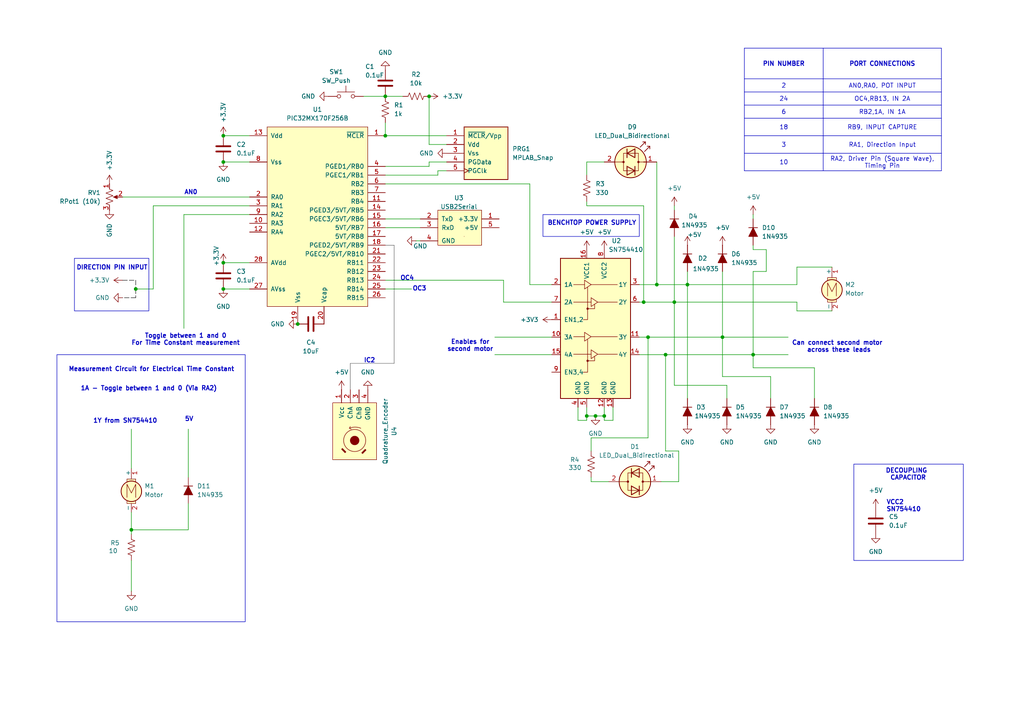
<source format=kicad_sch>
(kicad_sch (version 20250114) (generator "eeschema") (generator_version "9.0")
  (paper "A4")
  (title_block (title "Lab 7") (date "2026-01-28") (rev "1") (company "Stanford"))
  (lib_symbols
    (symbol "Device:LED_Dual_Bidirectional" (pin_names (offset 0) (hide yes))
      (property "Reference" "D" (at 0 5.715 0))
      (property "Value" "LED_Dual_Bidirectional" (at 0 -6.35 0))
      (symbol "LED_Dual_Bidirectional_0_1"
        (polyline (pts (xy -4.572 0) (xy -2.54 0)))
        (circle (center -2.032 0) (radius 0.254) (fill (type outline)))
        (polyline (pts (xy -2.032 0) (xy -2.54 0)))
        (polyline (pts (xy -1.016 3.81) (xy -1.016 1.27)) (stroke (width 0.254)))
        (polyline (pts (xy -1.016 -1.27) (xy -1.016 -3.81) (xy 1.27 -2.54) (xy -1.016 -1.27)) (stroke (width 0.254)))
        (circle (center 0 0) (radius 4.572) (stroke (width 0.254)) (fill (type background)))
        (polyline (pts (xy 1.27 3.81) (xy 1.27 1.27) (xy -1.016 2.54) (xy 1.27 3.81)) (stroke (width 0.254)))
        (polyline (pts (xy 1.27 -1.27) (xy 1.27 -3.81)) (stroke (width 0.254)))
        (polyline (pts (xy 2.286 2.54) (xy -2.032 2.54) (xy -2.032 -2.54) (xy 2.286 -2.54) (xy 2.286 2.54)))
        (circle (center 2.286 0) (radius 0.254) (fill (type outline)))
        (polyline (pts (xy 2.794 4.318) (xy 4.318 5.842) (xy 3.556 5.842)) (stroke (width 0.2032)))
        (polyline (pts (xy 4.064 3.048) (xy 5.588 4.572) (xy 4.826 4.572)) (stroke (width 0.2032)))
        (polyline (pts (xy 4.064 0) (xy 2.286 0)) (fill (type outline)))
        (polyline (pts (xy 4.318 5.842) (xy 4.318 5.08)) (stroke (width 0.2032)))
        (polyline (pts (xy 5.588 4.572) (xy 5.588 3.81)) (stroke (width 0.2032)))
      )
      (symbol "LED_Dual_Bidirectional_1_1"
        (pin input line (at -7.62 0 0) (length 3.048) (name "AK") (number "2"))
        (pin input line (at 7.62 0 180) (length 3.81) (name "KA") (number "1"))
      )
    )
    (symbol "me218_library:Cap" (pin_numbers (hide yes)) (pin_names (offset 0.254))
      (property "Reference" "C" (at 0.635 2.54 0))
      (property "Value" "Cap" (at 0.635 -2.54 0))
      (symbol "Cap_0_1"
        (polyline (pts (xy -2.032 0.762) (xy 2.032 0.762)) (stroke (width 0.508)))
        (polyline (pts (xy -2.032 -0.762) (xy 2.032 -0.762)) (stroke (width 0.508)))
      )
      (symbol "Cap_1_1"
        (pin passive line (at 0 3.81 270) (length 2.794) (name "~") (number "1"))
        (pin passive line (at 0 -3.81 90) (length 2.794) (name "~") (number "2"))
      )
    )
    (symbol "me218_library:Diode" (pin_numbers (hide yes)) (pin_names (offset 1.016) (hide yes))
      (property "Reference" "D" (at 0 2.54 0))
      (property "Value" "Diode" (at 0 -2.54 0))
      (symbol "Diode_0_1"
        (polyline (pts (xy -1.27 1.27) (xy -1.27 -1.27)) (stroke (width 0.2032)))
        (polyline (pts (xy 1.27 1.27) (xy 1.27 -1.27) (xy -1.27 0) (xy 1.27 1.27)) (stroke (width 0.2032)) (fill (type outline)))
        (polyline (pts (xy 1.27 0) (xy -1.27 0)))
      )
      (symbol "Diode_1_1"
        (pin passive line (at -3.81 0 0) (length 2.54) (name "K") (number "1"))
        (pin passive line (at 3.81 0 180) (length 2.54) (name "A") (number "2"))
      )
    )
    (symbol "me218_library:L293NE" (pin_names (offset 1.016))
      (property "Reference" "U" (at -5.08 26.035 0))
      (property "Value" "L293NE" (at -5.08 24.13 0))
      (symbol "L293NE_0_1"
        (rectangle (start -10.16 22.86) (end 10.16 -17.78) (stroke (width 0.254)) (fill (type background)))
        (polyline (pts (xy -6.35 15.24) (xy -3.175 15.24)))
        (polyline (pts (xy -6.35 10.16) (xy -1.27 10.16)))
        (polyline (pts (xy -6.35 0.127) (xy -3.175 0.127)))
        (polyline (pts (xy -6.35 -4.953) (xy -1.27 -4.953)))
        (polyline (pts (xy -3.175 16.51) (xy -3.175 13.97) (xy -1.27 15.24) (xy -3.175 16.51)))
        (polyline (pts (xy -3.175 1.397) (xy -3.175 -1.143) (xy -1.27 0.127) (xy -3.175 1.397)))
        (polyline (pts (xy -2.286 14.478) (xy -2.286 5.08) (xy -3.556 5.08)))
        (circle (center -2.286 8.255) (radius 0.254) (fill (type outline)))
        (polyline (pts (xy -2.286 8.255) (xy -0.254 8.255) (xy -0.254 9.525)))
        (polyline (pts (xy -2.286 -0.635) (xy -2.286 -10.16) (xy -3.556 -10.16)))
        (circle (center -2.286 -6.858) (radius 0.254) (fill (type outline)))
        (polyline (pts (xy -2.286 -6.858) (xy -0.254 -6.858) (xy -0.254 -5.588)))
        (polyline (pts (xy -1.27 15.24) (xy 6.35 15.24)))
        (polyline (pts (xy -1.27 11.43) (xy -1.27 8.89) (xy 0.635 10.16) (xy -1.27 11.43)))
        (polyline (pts (xy -1.27 0.127) (xy 6.35 0.127)))
        (polyline (pts (xy -1.27 -3.683) (xy -1.27 -6.223) (xy 0.635 -4.953) (xy -1.27 -3.683)))
        (polyline (pts (xy 0.635 10.16) (xy 6.35 10.16)))
        (polyline (pts (xy 0.635 -4.953) (xy 6.35 -4.953)))
      )
      (symbol "L293NE_1_1"
        (pin input line (at -12.7 15.24 0) (length 2.54) (name "1A") (number "2"))
        (pin input line (at -12.7 10.16 0) (length 2.54) (name "2A") (number "7"))
        (pin input line (at -12.7 5.08 0) (length 2.54) (name "EN1,2") (number "1"))
        (pin input line (at -12.7 0 0) (length 2.54) (name "3A") (number "10"))
        (pin input line (at -12.7 -5.08 0) (length 2.54) (name "4A") (number "15"))
        (pin input line (at -12.7 -10.16 0) (length 2.54) (name "EN3,4") (number "9"))
        (pin power_in line (at -5.08 -20.32 90) (length 2.54) (name "GND") (number "4"))
        (pin power_in line (at -2.54 25.4 270) (length 2.54) (name "VCC1") (number "16"))
        (pin power_in line (at -2.54 -20.32 90) (length 2.54) (name "GND") (number "5"))
        (pin power_in line (at 2.54 25.4 270) (length 2.54) (name "VCC2") (number "8"))
        (pin power_in line (at 2.54 -20.32 90) (length 2.54) (name "GND") (number "12"))
        (pin power_in line (at 5.08 -20.32 90) (length 2.54) (name "GND") (number "13"))
        (pin output line (at 12.7 15.24 180) (length 2.54) (name "1Y") (number "3"))
        (pin output line (at 12.7 10.16 180) (length 2.54) (name "2Y") (number "6"))
        (pin output line (at 12.7 0 180) (length 2.54) (name "3Y") (number "11"))
        (pin output line (at 12.7 -5.08 180) (length 2.54) (name "4Y") (number "14"))
      )
    )
    (symbol "me218_library:MPLAB_Snap" (pin_names (offset 1.016))
      (property "Reference" "PRG" (at 0 8.89 0))
      (property "Value" "MPLAB_Snap" (at 8.89 1.27 90))
      (symbol "MPLAB_Snap_0_1"
        (rectangle (start -6.35 7.62) (end 6.35 -7.62) (stroke (width 0.254)) (fill (type background)))
      )
      (symbol "MPLAB_Snap_1_1"
        (pin output line (at -11.43 5.08 0) (length 5.08) (name "~{MCLR}/Vpp") (number "1"))
        (pin input line (at -11.43 2.54 0) (length 5.08) (name "Vdd") (number "2"))
        (pin input line (at -11.43 0 0) (length 5.08) (name "Vss") (number "3"))
        (pin bidirectional line (at -11.43 -2.54 0) (length 5.08) (name "PGData") (number "4"))
        (pin output clock (at -11.43 -5.08 0) (length 5.08) (name "PGClk") (number "5"))
        (pin no_connect line (at -2.54 -11.43 0) (length 5.08) (hide yes) (name "NC") (number "6"))
        (pin no_connect line (at -2.54 -13.97 0) (length 5.08) (hide yes) (name "NC") (number "7"))
        (pin no_connect line (at -2.54 -16.51 0) (length 5.08) (hide yes) (name "NC") (number "8"))
      )
    )
    (symbol "me218_library:Motor" (pin_names (offset 0))
      (property "Reference" "M" (at 2.54 2.54 0))
      (property "Value" "Motor" (at 2.54 -5.08 0))
      (symbol "Motor_0_0"
        (polyline (pts (xy -1.27 1.27) (xy -1.27 2.032) (xy 1.27 2.032) (xy 1.27 1.27)) (fill (type background)))
        (polyline (pts (xy -1.27 -3.302) (xy -1.27 0.508) (xy 0 -2.032) (xy 1.27 0.508) (xy 1.27 -3.302)))
        (polyline (pts (xy -1.27 -4.318) (xy -1.27 -5.08) (xy 1.27 -5.08) (xy 1.27 -4.318)) (fill (type background)))
        (circle (center 0 -1.524) (radius 2.9718) (stroke (width 0.254)) (fill (type background)))
      )
      (symbol "Motor_0_1"
        (polyline (pts (xy 0 2.032) (xy 0 2.54)))
      )
      (symbol "Motor_1_1"
        (pin passive line (at 0 5.08 270) (length 2.54) (name "+") (number "1"))
        (pin passive line (at 0 -7.62 90) (length 2.54) (name "-") (number "2"))
      )
    )
    (symbol "me218_library:PIC32MX170F256B" (pin_names (offset 1.016))
      (property "Reference" "U" (at -20.32 25.4 0))
      (property "Value" "PIC32MX170F256B" (at -7.62 25.4 0))
      (symbol "PIC32MX170F256B_0_1"
        (rectangle (start -21.59 24.13) (end 7.62 -27.94) (fill (type background)))
      )
      (symbol "PIC32MX170F256B_1_1"
        (pin power_in line (at -26.67 21.59 0) (length 5.08) (name "Vdd") (number "13"))
        (pin power_in line (at -26.67 13.97 0) (length 5.08) (name "Vss") (number "8"))
        (pin bidirectional line (at -26.67 3.81 0) (length 5.08) (name "RA0") (number "2"))
        (pin bidirectional line (at -26.67 1.27 0) (length 5.08) (name "RA1") (number "3"))
        (pin bidirectional line (at -26.67 -1.27 0) (length 5.08) (name "RA2") (number "9"))
        (pin bidirectional line (at -26.67 -3.81 0) (length 5.08) (name "RA3") (number "10"))
        (pin bidirectional line (at -26.67 -6.35 0) (length 5.08) (name "RA4") (number "12"))
        (pin power_in line (at -26.67 -15.24 0) (length 5.08) (name "AVdd") (number "28"))
        (pin power_in line (at -26.67 -22.86 0) (length 5.08) (name "AVss") (number "27"))
        (pin power_in line (at -12.7 -33.02 90) (length 5.08) (name "Vss") (number "19"))
        (pin input line (at -5.08 -33.02 90) (length 5.08) (name "Vcap") (number "20"))
        (pin input line (at 12.7 21.59 180) (length 5.08) (name "~{MCLR}") (number "1"))
        (pin bidirectional line (at 12.7 12.7 180) (length 5.08) (name "PGED1/RB0") (number "4"))
        (pin bidirectional line (at 12.7 10.16 180) (length 5.08) (name "PGEC1/RB1") (number "5"))
        (pin bidirectional line (at 12.7 7.62 180) (length 5.08) (name "RB2") (number "6"))
        (pin bidirectional line (at 12.7 5.08 180) (length 5.08) (name "RB3") (number "7"))
        (pin bidirectional line (at 12.7 2.54 180) (length 5.08) (name "RB4") (number "11"))
        (pin bidirectional line (at 12.7 0 180) (length 5.08) (name "PGED3/5VT/RB5") (number "14"))
        (pin bidirectional line (at 12.7 -2.54 180) (length 5.08) (name "PGEC3/5VT/RB6") (number "15"))
        (pin bidirectional line (at 12.7 -5.08 180) (length 5.08) (name "5VT/RB7") (number "16"))
        (pin bidirectional line (at 12.7 -7.62 180) (length 5.08) (name "5VT/RB8") (number "17"))
        (pin bidirectional line (at 12.7 -10.16 180) (length 5.08) (name "PGED2/5VT/RB9") (number "18"))
        (pin bidirectional line (at 12.7 -12.7 180) (length 5.08) (name "PGEC2/5VT/RB10") (number "21"))
        (pin bidirectional line (at 12.7 -15.24 180) (length 5.08) (name "RB11") (number "22"))
        (pin bidirectional line (at 12.7 -17.78 180) (length 5.08) (name "RB12") (number "23"))
        (pin bidirectional line (at 12.7 -20.32 180) (length 5.08) (name "RB13") (number "24"))
        (pin bidirectional line (at 12.7 -22.86 180) (length 5.08) (name "RB14") (number "25"))
        (pin bidirectional line (at 12.7 -25.4 180) (length 5.08) (name "RB15") (number "26"))
      )
    )
    (symbol "me218_library:Quadrature_Encoder" (pin_names (offset 1.016))
      (property "Reference" "U" (at 0 20.32 0))
      (property "Value" "Quadrature_Encoder" (at 2.54 17.78 0))
      (symbol "Quadrature_Encoder_0_1"
        (rectangle (start -3.81 6.35) (end 12.7 -6.35) (fill (type background)))
        (polyline (pts (xy 3.556 1.524) (xy 3.048 1.27)))
        (polyline (pts (xy 3.556 1.524) (xy 3.81 1.016)))
        (circle (center 7.112 0) (radius 1.27) (fill (type outline)))
        (circle (center 7.112 0) (radius 3.2004))
        (arc (start 3.556 -1.778) (mid 3.2334 -0.127) (end 3.556 1.524))
        (polyline (pts (xy 9.398 3.556) (xy 10.414 2.54) (xy 10.668 2.794) (xy 9.652 3.81) (xy 9.398 3.556)) (fill (type outline)))
        (polyline (pts (xy 9.652 -3.048) (xy 10.668 -2.032) (xy 10.922 -2.286) (xy 9.906 -3.302) (xy 9.652 -3.048)) (fill (type outline)))
        (rectangle (start 12.7 0) (end 12.7 0))
      )
      (symbol "Quadrature_Encoder_1_1"
        (pin power_in line (at -7.62 3.81 0) (length 3.81) (name "Vcc") (number "1"))
        (pin output line (at -7.62 1.27 0) (length 3.81) (name "ChA") (number "2"))
        (pin output line (at -7.62 -1.27 0) (length 3.81) (name "ChB") (number "3"))
        (pin power_in line (at -7.62 -3.81 0) (length 3.81) (name "GND") (number "4"))
      )
    )
    (symbol "me218_library:RPot1" (pin_names (offset 1.016) (hide yes))
      (property "Reference" "RV" (at -4.445 0 90))
      (property "Value" "RPot1" (at -2.54 0 90))
      (symbol "RPot1_0_1"
        (polyline (pts (xy 0 2.54) (xy 0 2.286)))
        (polyline (pts (xy 0 2.286) (xy 1.016 1.905) (xy 0 1.524) (xy -1.016 1.143) (xy 0 0.762)))
        (polyline (pts (xy 0 0.762) (xy 1.016 0.381) (xy 0 0) (xy -1.016 -0.381) (xy 0 -0.762)))
        (polyline (pts (xy 0 -0.762) (xy 1.016 -1.143) (xy 0 -1.524) (xy -1.016 -1.905) (xy 0 -2.286)))
        (polyline (pts (xy 0 -2.286) (xy 0 -2.54)))
        (polyline (pts (xy 1.143 0) (xy 2.286 0.508) (xy 2.286 -0.508) (xy 1.143 0)) (fill (type outline)))
        (polyline (pts (xy 2.54 0) (xy 1.524 0)))
      )
      (symbol "RPot1_1_1"
        (pin passive line (at 0 3.81 270) (length 1.27) (name "1") (number "1"))
        (pin passive line (at 0 -3.81 90) (length 1.27) (name "3") (number "3"))
        (pin passive line (at 3.81 0 180) (length 1.27) (name "2") (number "2"))
      )
    )
    (symbol "me218_library:Res1" (pin_numbers (hide yes)) (pin_names (offset 0))
      (property "Reference" "R" (at 2.54 0 90))
      (property "Value" "Res1" (at -2.54 0 90))
      (symbol "Res1_0_1"
        (polyline (pts (xy 0 2.286) (xy 0 2.54)))
        (polyline (pts (xy 0 2.286) (xy 1.016 1.905) (xy 0 1.524) (xy -1.016 1.143) (xy 0 0.762)))
        (polyline (pts (xy 0 0.762) (xy 1.016 0.381) (xy 0 0) (xy -1.016 -0.381) (xy 0 -0.762)))
        (polyline (pts (xy 0 -0.762) (xy 1.016 -1.143) (xy 0 -1.524) (xy -1.016 -1.905) (xy 0 -2.286)))
        (polyline (pts (xy 0 -2.286) (xy 0 -2.54)))
      )
      (symbol "Res1_1_1"
        (pin passive line (at 0 3.81 270) (length 1.27) (name "~") (number "1"))
        (pin passive line (at 0 -3.81 90) (length 1.27) (name "~") (number "2"))
      )
    )
    (symbol "me218_library:SW_Push" (pin_numbers (hide yes)) (pin_names (offset 1.016) (hide yes))
      (property "Reference" "SW" (at 1.27 2.54 0))
      (property "Value" "SW_Push" (at 0 -1.524 0))
      (symbol "SW_Push_0_1"
        (circle (center -2.032 0) (radius 0.508))
        (polyline (pts (xy 0 1.27) (xy 0 3.048)))
        (circle (center 2.032 0) (radius 0.508))
        (polyline (pts (xy 2.54 1.27) (xy -2.54 1.27)))
        (pin passive line (at -5.08 0 0) (length 2.54) (name "1") (number "1"))
        (pin passive line (at 5.08 0 180) (length 2.54) (name "2") (number "2"))
      )
    )
    (symbol "me218_library:USB2Serial" (pin_names (offset 1.016))
      (property "Reference" "U" (at 0 5.08 0))
      (property "Value" "USB2Serial" (at 0 -8.89 0))
      (symbol "USB2Serial_0_1"
        (rectangle (start -3.81 2.54) (end 8.89 -7.62) (fill (type background)))
        (rectangle (start 3.81 -5.08) (end 3.81 -5.08))
      )
      (symbol "USB2Serial_1_1"
        (pin output line (at -8.89 0 0) (length 5.08) (name "TxD") (number "2"))
        (pin input line (at -8.89 -2.54 0) (length 5.08) (name "RxD") (number "3"))
        (pin power_in line (at -8.89 -6.35 0) (length 5.08) (name "GND") (number "4"))
        (pin power_out line (at 13.97 0 180) (length 5.08) (name "+3.3V") (number "1"))
        (pin power_out line (at 13.97 -2.54 180) (length 5.08) (name "+5V") (number "5"))
      )
    )
    (symbol "power:+3.3V" (power) (pin_numbers (hide yes)) (pin_names (offset 0) (hide yes))
      (property "Value" "+3.3V" (at 0 3.556 0))
      (symbol "+3.3V_0_1"
        (polyline (pts (xy -0.762 1.27) (xy 0 2.54)))
        (polyline (pts (xy 0 2.54) (xy 0.762 1.27)))
        (polyline (pts (xy 0 0) (xy 0 2.54)))
      )
      (symbol "+3.3V_1_1"
        (pin power_in line (at 0 0 90) (length 0) (name "~") (number "1"))
      )
    )
    (symbol "power:+3V3" (power) (pin_numbers (hide yes)) (pin_names (offset 0) (hide yes))
      (property "Value" "+3V3" (at 0 3.556 0))
      (symbol "+3V3_0_1"
        (polyline (pts (xy -0.762 1.27) (xy 0 2.54)))
        (polyline (pts (xy 0 2.54) (xy 0.762 1.27)))
        (polyline (pts (xy 0 0) (xy 0 2.54)))
      )
      (symbol "+3V3_1_1"
        (pin power_in line (at 0 0 90) (length 0) (name "~") (number "1"))
      )
    )
    (symbol "power:+5V" (power) (pin_numbers (hide yes)) (pin_names (offset 0) (hide yes))
      (property "Value" "+5V" (at 0 3.556 0))
      (symbol "+5V_0_1"
        (polyline (pts (xy -0.762 1.27) (xy 0 2.54)))
        (polyline (pts (xy 0 2.54) (xy 0.762 1.27)))
        (polyline (pts (xy 0 0) (xy 0 2.54)))
      )
      (symbol "+5V_1_1"
        (pin power_in line (at 0 0 90) (length 0) (name "~") (number "1"))
      )
    )
    (symbol "power:GND" (power) (pin_numbers (hide yes)) (pin_names (offset 0) (hide yes))
      (property "Value" "GND" (at 0 -3.81 0))
      (symbol "GND_0_1"
        (polyline (pts (xy 0 0) (xy 0 -1.27) (xy 1.27 -1.27) (xy 0 -2.54) (xy -1.27 -1.27) (xy 0 -1.27)))
      )
      (symbol "GND_1_1"
        (pin power_in line (at 0 0 270) (length 0) (name "~") (number "1"))
      )
    )
  )
  (rectangle (start 21.59 74.93) (end 43.18 90.17))
  (rectangle (start 247.65 134.62) (end 279.4 162.56))
  (rectangle (start 16.51 102.87) (end 71.12 180.34))
  (rectangle (start 157.48 62.23) (end 185.42 68.58))
  (text "OC3" (at 121.666 83.82 0) (effects (font (size 1.27 1.27) (thickness 0.254) (bold yes))))
  (text "5V" (at 54.864 121.666 0) (effects (font (size 1.27 1.27) (thickness 0.254) (bold yes))))
  (text "AN0" (at 55.372 55.88 0) (effects (font (size 1.27 1.27) (thickness 0.254) (bold yes))))
  (text "1Y from SN754410" (at 36.322 122.174 0) (effects (font (size 1.27 1.27) (thickness 0.254) (bold yes))))
  (text "DECOUPLING \nCAPACITOR" (at 263.398 137.668 0) (effects (font (size 1.27 1.27) (thickness 0.254) (bold yes))))
  (text "DIRECTION PIN INPUT" (at 32.512 77.724 0) (effects (font (size 1.27 1.27) (thickness 0.254) (bold yes))))
  (text "Can connect second motor \nacross these leads" (at 243.332 100.584 0) (effects (font (size 1.27 1.27) (thickness 0.254) (bold yes))))
  (text "Measurement Circuit for Electrical Time Constant" (at 43.942 107.188 0) (effects (font (size 1.27 1.27) (thickness 0.254) (bold yes))))
  (text "1A - Toggle between 1 and 0 (Via RA2)" (at 43.18 112.776 0) (effects (font (size 1.27 1.27) (thickness 0.254) (bold yes))))
  (text "Toggle between 1 and 0\nFor Time Constant measurement" (at 53.848 98.552 0) (effects (font (size 1.27 1.27) (thickness 0.254) (bold yes))))
  (text "VCC2\nSN754410" (at 257.048 146.812 0) (effects (font (size 1.27 1.27) (thickness 0.254) (bold yes)) (justify left)))
  (text "BENCHTOP POWER SUPPLY" (at 171.704 64.77 0) (effects (font (size 1.27 1.27) (thickness 0.254) (bold yes))))
  (text "OC4" (at 118.11 80.772 0) (effects (font (size 1.27 1.27) (thickness 0.254) (bold yes))))
  (text "Enables for\nsecond motor" (at 136.398 100.33 0) (effects (font (size 1.27 1.27) (thickness 0.254) (bold yes))))
  (text "IC2" (at 107.188 104.648 0) (effects (font (size 1.27 1.27) (thickness 0.254) (bold yes))))
  (junction (at 39.37 83.82))
  (junction (at 186.69 87.63))
  (junction (at 187.96 97.79))
  (junction (at 111.76 39.37))
  (junction (at 218.44 102.87))
  (junction (at 195.58 87.63))
  (junction (at 175.26 120.65))
  (junction (at 124.46 27.94))
  (junction (at 38.1 153.67))
  (junction (at 172.72 120.65))
  (junction (at 64.77 39.37))
  (junction (at 64.77 46.99))
  (junction (at 199.39 82.55))
  (junction (at 64.77 83.82))
  (junction (at 209.55 97.79))
  (junction (at 170.18 120.65))
  (junction (at 111.76 27.94))
  (junction (at 86.36 93.98))
  (junction (at 190.5 82.55))
  (junction (at 193.04 102.87))
  (junction (at 64.77 76.2))
  (wire (pts (xy 190.5 82.55) (xy 199.39 82.55)))
  (wire (pts (xy 121.92 69.85) (xy 120.65 69.85)))
  (wire (pts (xy 101.6 113.03) (xy 101.6 105.41)) (stroke (width 0.0635) (color 0 0 0 1)))
  (wire (pts (xy 38.1 153.67) (xy 54.61 153.67)))
  (wire (pts (xy 38.1 124.46) (xy 38.1 135.89)))
  (wire (pts (xy 127 49.53) (xy 129.54 49.53)))
  (wire (pts (xy 195.58 87.63) (xy 231.14 87.63)))
  (wire (pts (xy 228.6 97.79) (xy 209.55 97.79)))
  (wire (pts (xy 170.18 120.65) (xy 170.18 121.92)))
  (wire (pts (xy 114.3 71.12) (xy 111.76 71.12)) (stroke (width 0.0635) (color 0 0 0 1)))
  (wire (pts (xy 231.14 90.17) (xy 231.14 87.63)))
  (wire (pts (xy 176.53 139.7) (xy 171.45 139.7)))
  (wire (pts (xy 124.46 48.26) (xy 124.46 46.99)))
  (wire (pts (xy 209.55 78.74) (xy 209.55 97.79)))
  (wire (pts (xy 72.39 59.69) (xy 44.45 59.69)))
  (wire (pts (xy 222.25 72.39) (xy 222.25 78.74)))
  (wire (pts (xy 175.26 118.11) (xy 175.26 120.65)))
  (wire (pts (xy 193.04 102.87) (xy 193.04 130.81)))
  (wire (pts (xy 111.76 35.56) (xy 111.76 39.37)))
  (wire (pts (xy 143.51 97.79) (xy 160.02 97.79)))
  (wire (pts (xy 153.67 53.34) (xy 153.67 82.55)))
  (wire (pts (xy 124.46 41.91) (xy 129.54 41.91)))
  (wire (pts (xy 35.56 81.28) (xy 39.37 81.28)) (stroke (width 0.127) (type dash) (color 0 0 0 1)))
  (wire (pts (xy 218.44 78.74) (xy 222.25 78.74)))
  (wire (pts (xy 64.77 46.99) (xy 72.39 46.99)))
  (wire (pts (xy 186.69 87.63) (xy 186.69 59.69)))
  (wire (pts (xy 231.14 82.55) (xy 231.14 77.47)))
  (wire (pts (xy 195.58 87.63) (xy 195.58 111.76)))
  (wire (pts (xy 218.44 106.68) (xy 218.44 102.87)))
  (wire (pts (xy 218.44 102.87) (xy 218.44 78.74)))
  (wire (pts (xy 171.45 139.7) (xy 171.45 138.43)))
  (wire (pts (xy 185.42 87.63) (xy 186.69 87.63)))
  (wire (pts (xy 111.76 53.34) (xy 153.67 53.34)))
  (wire (pts (xy 38.1 148.59) (xy 38.1 153.67)))
  (wire (pts (xy 171.45 127) (xy 187.96 127)))
  (wire (pts (xy 231.14 77.47) (xy 241.3 77.47)))
  (wire (pts (xy 186.69 59.69) (xy 170.18 59.69)))
  (wire (pts (xy 171.45 130.81) (xy 171.45 127)))
  (wire (pts (xy 111.76 48.26) (xy 124.46 48.26)))
  (wire (pts (xy 170.18 58.42) (xy 170.18 59.69)))
  (wire (pts (xy 195.58 68.58) (xy 195.58 87.63)))
  (wire (pts (xy 223.52 109.22) (xy 209.55 109.22)))
  (wire (pts (xy 53.34 62.23) (xy 53.34 95.25)))
  (wire (pts (xy 199.39 82.55) (xy 231.14 82.55)))
  (wire (pts (xy 190.5 46.99) (xy 190.5 82.55)))
  (wire (pts (xy 175.26 120.65) (xy 175.26 121.92)))
  (wire (pts (xy 170.18 46.99) (xy 170.18 50.8)))
  (wire (pts (xy 222.25 72.39) (xy 218.44 72.39)))
  (wire (pts (xy 111.76 63.5) (xy 121.92 63.5)))
  (wire (pts (xy 39.37 86.36) (xy 35.56 86.36)) (stroke (width 0.127) (type dash) (color 0 0 0 1)))
  (wire (pts (xy 39.37 83.82) (xy 39.37 86.36)) (stroke (width 0.127) (type dash) (color 0 0 0 1)))
  (wire (pts (xy 185.42 97.79) (xy 187.96 97.79)))
  (wire (pts (xy 153.67 82.55) (xy 160.02 82.55)))
  (wire (pts (xy 44.45 59.69) (xy 44.45 83.82)))
  (wire (pts (xy 228.6 102.87) (xy 218.44 102.87)))
  (wire (pts (xy 38.1 162.56) (xy 38.1 171.45)))
  (wire (pts (xy 44.45 83.82) (xy 39.37 83.82)))
  (wire (pts (xy 143.51 102.87) (xy 160.02 102.87)))
  (wire (pts (xy 196.85 139.7) (xy 191.77 139.7)))
  (wire (pts (xy 210.82 111.76) (xy 210.82 115.57)))
  (wire (pts (xy 38.1 153.67) (xy 38.1 154.94)))
  (wire (pts (xy 105.41 27.94) (xy 111.76 27.94)))
  (wire (pts (xy 54.61 146.05) (xy 54.61 153.67)))
  (wire (pts (xy 54.61 124.46) (xy 54.61 138.43)))
  (wire (pts (xy 218.44 102.87) (xy 193.04 102.87)))
  (wire (pts (xy 114.3 71.12) (xy 114.3 105.41)) (stroke (width 0.0635) (color 0 0 0 1)))
  (wire (pts (xy 185.42 102.87) (xy 193.04 102.87)))
  (wire (pts (xy 111.76 39.37) (xy 129.54 39.37)))
  (wire (pts (xy 124.46 46.99) (xy 129.54 46.99)))
  (wire (pts (xy 64.77 39.37) (xy 72.39 39.37)))
  (wire (pts (xy 236.22 106.68) (xy 218.44 106.68)))
  (wire (pts (xy 111.76 50.8) (xy 127 50.8)))
  (wire (pts (xy 170.18 118.11) (xy 170.18 120.65)))
  (wire (pts (xy 193.04 130.81) (xy 196.85 130.81)))
  (wire (pts (xy 111.76 66.04) (xy 121.92 66.04)))
  (wire (pts (xy 187.96 97.79) (xy 187.96 127)))
  (wire (pts (xy 167.64 121.92) (xy 167.64 118.11)))
  (wire (pts (xy 223.52 115.57) (xy 223.52 109.22)))
  (wire (pts (xy 39.37 81.28) (xy 39.37 83.82)) (stroke (width 0.127) (type dash) (color 0 0 0 1)))
  (wire (pts (xy 195.58 111.76) (xy 210.82 111.76)))
  (wire (pts (xy 111.76 27.94) (xy 116.84 27.94)))
  (wire (pts (xy 111.76 81.28) (xy 146.05 81.28)))
  (wire (pts (xy 241.3 90.17) (xy 231.14 90.17)))
  (wire (pts (xy 101.6 105.41) (xy 114.3 105.41)) (stroke (width 0.0635) (color 0 0 0 1)))
  (wire (pts (xy 187.96 97.79) (xy 209.55 97.79)))
  (wire (pts (xy 167.64 121.92) (xy 170.18 121.92)))
  (wire (pts (xy 64.77 76.2) (xy 72.39 76.2)))
  (wire (pts (xy 124.46 27.94) (xy 124.46 41.91)))
  (wire (pts (xy 177.8 121.92) (xy 175.26 121.92)))
  (wire (pts (xy 170.18 120.65) (xy 172.72 120.65)))
  (wire (pts (xy 236.22 115.57) (xy 236.22 106.68)))
  (wire (pts (xy 35.56 57.15) (xy 72.39 57.15)))
  (wire (pts (xy 146.05 87.63) (xy 160.02 87.63)))
  (wire (pts (xy 72.39 62.23) (xy 53.34 62.23)))
  (wire (pts (xy 146.05 81.28) (xy 146.05 87.63)))
  (wire (pts (xy 175.26 120.65) (xy 172.72 120.65)))
  (wire (pts (xy 127 50.8) (xy 127 49.53)))
  (wire (pts (xy 196.85 130.81) (xy 196.85 139.7)))
  (wire (pts (xy 185.42 82.55) (xy 190.5 82.55)))
  (wire (pts (xy 218.44 72.39) (xy 218.44 71.12)))
  (wire (pts (xy 199.39 82.55) (xy 199.39 115.57)))
  (wire (pts (xy 177.8 118.11) (xy 177.8 121.92)))
  (wire (pts (xy 199.39 78.74) (xy 199.39 82.55)))
  (wire (pts (xy 186.69 87.63) (xy 195.58 87.63)))
  (wire (pts (xy 209.55 109.22) (xy 209.55 97.79)))
  (wire (pts (xy 218.44 63.5) (xy 218.44 62.23)))
  (wire (pts (xy 64.77 83.82) (xy 72.39 83.82)))
  (wire (pts (xy 111.76 83.82) (xy 119.38 83.82)))
  (wire (pts (xy 170.18 46.99) (xy 175.26 46.99)))
  (wire (pts (xy 195.58 60.96) (xy 195.58 59.69)))
  (table (column_count 2) (border (external yes) (header yes)) (separators (rows yes) (cols yes)) (column_widths 22.86 34.29) (row_heights 8.89 3.81 3.81 3.81 5.08 5.08 5.08) (cells (table_cell "PIN NUMBER" (at 215.9 13.97 0) (size 22.86 8.89) (margins 0.9525 0.9525 0.9525 0.9525) (span 1 1)) (table_cell "PORT CONNECTIONS" (at 238.76 13.97 0) (size 34.29 8.89) (margins 0.9525 0.9525 0.9525 0.9525) (span 1 1)) (table_cell "2" (at 215.9 22.86 0) (size 22.86 3.81) (margins 0.9525 0.9525 0.9525 0.9525) (span 1 1)) (table_cell "AN0,RA0, POT INPUT" (at 238.76 22.86 0) (size 34.29 3.81) (margins 0.9525 0.9525 0.9525 0.9525) (span 1 1)) (table_cell "24" (at 215.9 26.67 0) (size 22.86 3.81) (margins 0.9525 0.9525 0.9525 0.9525) (span 1 1)) (table_cell "OC4,RB13, IN 2A" (at 238.76 26.67 0) (size 34.29 3.81) (margins 0.9525 0.9525 0.9525 0.9525) (span 1 1)) (table_cell "6" (at 215.9 30.48 0) (size 22.86 3.81) (margins 0.9525 0.9525 0.9525 0.9525) (span 1 1)) (table_cell "RB2,1A, IN 1A" (at 238.76 30.48 0) (size 34.29 3.81) (margins 0.9525 0.9525 0.9525 0.9525) (span 1 1)) (table_cell "18" (at 215.9 34.29 0) (size 22.86 5.08) (margins 0.9525 0.9525 0.9525 0.9525) (span 1 1)) (table_cell "RB9, INPUT CAPTURE" (at 238.76 34.29 0) (size 34.29 5.08) (margins 0.9525 0.9525 0.9525 0.9525) (span 1 1)) (table_cell "3" (at 215.9 39.37 0) (size 22.86 5.08) (margins 0.9525 0.9525 0.9525 0.9525) (span 1 1)) (table_cell "RA1, Direction Input" (at 238.76 39.37 0) (size 34.29 5.08) (margins 0.9525 0.9525 0.9525 0.9525) (span 1 1)) (table_cell "10" (at 215.9 44.45 0) (size 22.86 5.08) (margins 0.9525 0.9525 0.9525 0.9525) (span 1 1)) (table_cell "RA2, Driver Pin (Square Wave), Timing Pin" (at 238.76 44.45 0) (size 34.29 5.08) (margins 0.9525 0.9525 0.9525 0.9525) (span 1 1))))
  (symbol (lib_id "power:GND") (at 199.39 123.19 0) (unit 1)
    (property "Reference" "#PWR016" (effects (hide yes)))
    (property "Value" "GND" (at 199.39 128.27 0))
    (property "Description" "Power symbol creates a global label with name \"GND\" , ground" (effects (hide yes)))
  )
  (symbol (lib_id "power:GND") (at 31.75 60.96 0) (unit 1)
    (property "Reference" "#PWR09" (effects (hide yes)))
    (property "Value" "GND" (at 31.7499 64.77 90) (effects (justify right)))
    (property "Description" "Power symbol creates a global label with name \"GND\" , ground" (effects (hide yes)))
  )
  (symbol (lib_id "me218_library:Diode") (at 210.82 119.38 270) (unit 1)
    (property "Reference" "D5" (at 213.36 118.1099 90) (effects (justify left)))
    (property "Value" "1N4935" (at 213.36 120.6499 90) (effects (justify left)))
  )
  (symbol (lib_id "me218_library:USB2Serial") (at 130.81 63.5 0) (unit 1)
    (property "Reference" "U3" (at 133.096 57.404 0))
    (property "Value" "USB2Serial" (at 133.096 59.944 0))
  )
  (symbol (lib_id "power:GND") (at 111.76 20.32 180) (unit 1)
    (property "Reference" "#PWR03" (effects (hide yes)))
    (property "Value" "GND" (at 111.76 15.24 0))
    (property "Description" "Power symbol creates a global label with name \"GND\" , ground" (effects (hide yes)))
  )
  (symbol (lib_id "power:+3.3V") (at 31.75 53.34 0) (unit 1)
    (property "Reference" "#PWR010" (effects (hide yes)))
    (property "Value" "+3.3V" (at 31.7499 49.53 90) (effects (justify left)))
    (property "Description" "Power symbol creates a global label with name \"+3.3V\"" (effects (hide yes)))
  )
  (symbol (lib_id "me218_library:Res1") (at 120.65 27.94 90) (unit 1)
    (property "Reference" "R2" (at 120.65 21.59 90))
    (property "Value" "10k" (at 120.65 24.13 90))
  )
  (symbol (lib_id "power:+3V3") (at 160.02 92.71 90) (unit 1)
    (property "Reference" "#PWR028" (effects (hide yes)))
    (property "Value" "+3V3" (at 156.21 92.7099 90) (effects (justify left)))
    (property "Description" "Power symbol creates a global label with name \"+3V3\"" (effects (hide yes)))
  )
  (symbol (lib_id "power:GND") (at 64.77 83.82 0) (unit 1)
    (property "Reference" "#PWR06" (effects (hide yes)))
    (property "Value" "GND" (at 64.77 88.9 0))
    (property "Description" "Power symbol creates a global label with name \"GND\" , ground" (effects (hide yes)))
  )
  (symbol (lib_id "me218_library:Res1") (at 111.76 31.75 0) (unit 1)
    (property "Reference" "R1" (at 114.3 30.4799 0) (effects (justify left)))
    (property "Value" "1k" (at 114.3 33.0199 0) (effects (justify left)))
  )
  (symbol (lib_id "me218_library:Quadrature_Encoder") (at 102.87 120.65 90) (mirror x) (unit 1)
    (property "Reference" "U4" (at 114.3 125.095 0))
    (property "Value" "Quadrature_Encoder" (at 111.76 125.095 0))
  )
  (symbol (lib_id "power:GND") (at 210.82 123.19 0) (unit 1)
    (property "Reference" "#PWR018" (effects (hide yes)))
    (property "Value" "GND" (at 210.82 128.27 0))
    (property "Description" "Power symbol creates a global label with name \"GND\" , ground" (effects (hide yes)))
  )
  (symbol (lib_id "power:GND") (at 95.25 27.94 270) (unit 1)
    (property "Reference" "#PWR02" (effects (hide yes)))
    (property "Value" "GND" (at 91.44 27.9399 90) (effects (justify right)))
    (property "Description" "Power symbol creates a global label with name \"GND\" , ground" (effects (hide yes)))
  )
  (symbol (lib_id "power:+5V") (at 254 147.32 0) (unit 1)
    (property "Reference" "#PWR025" (effects (hide yes)))
    (property "Value" "+5V" (at 254 142.24 0))
    (property "Description" "Power symbol creates a global label with name \"+5V\"" (effects (hide yes)))
  )
  (symbol (lib_id "power:GND") (at 86.36 93.98 270) (unit 1)
    (property "Reference" "#PWR07" (effects (hide yes)))
    (property "Value" "GND" (at 82.55 93.9799 90) (effects (justify right)))
    (property "Description" "Power symbol creates a global label with name \"GND\" , ground" (effects (hide yes)))
  )
  (symbol (lib_id "power:GND") (at 236.22 123.19 0) (unit 1)
    (property "Reference" "#PWR021" (effects (hide yes)))
    (property "Value" "GND" (at 236.22 128.27 0))
    (property "Description" "Power symbol creates a global label with name \"GND\" , ground" (effects (hide yes)))
  )
  (symbol (lib_id "power:+3.3V") (at 64.77 39.37 0) (unit 1)
    (property "Reference" "#PWR011" (effects (hide yes)))
    (property "Value" "+3.3V" (at 64.7699 35.56 90) (effects (justify left)))
    (property "Description" "Power symbol creates a global label with name \"+3.3V\"" (effects (hide yes)))
  )
  (symbol (lib_id "me218_library:Diode") (at 223.52 119.38 270) (unit 1)
    (property "Reference" "D7" (at 226.06 118.1099 90) (effects (justify left)))
    (property "Value" "1N4935" (at 226.06 120.6499 90) (effects (justify left)))
  )
  (symbol (lib_id "me218_library:Cap") (at 90.17 93.98 90) (unit 1)
    (property "Reference" "C4" (at 90.17 99.314 90))
    (property "Value" "10uF" (at 90.17 101.854 90))
  )
  (symbol (lib_id "me218_library:L293NE") (at 172.72 97.79 0) (unit 1)
    (property "Reference" "U2" (at 177.4033 69.85 0) (effects (justify left)))
    (property "Value" "SN754410" (at 176.53 72.39 0) (effects (justify left)))
    (property "Footprint" "Package_DIP:DIP-16_W7.62mm" (effects (hide yes)))
  )
  (symbol (lib_id "power:+5V") (at 199.39 71.12 0) (unit 1)
    (property "Reference" "#PWR015" (effects (hide yes)))
    (property "Value" "+5V" (at 201.422 68.072 0))
    (property "Description" "Power symbol creates a global label with name \"+5V\"" (effects (hide yes)))
  )
  (symbol (lib_id "me218_library:Cap") (at 254 151.13 0) (unit 1)
    (property "Reference" "C5" (at 257.81 149.8599 0) (effects (justify left)))
    (property "Value" "0.1uF" (at 257.81 152.3999 0) (effects (justify left)))
  )
  (symbol (lib_id "me218_library:Diode") (at 199.39 74.93 270) (unit 1)
    (property "Reference" "D2" (at 202.438 74.93 90) (effects (justify left)))
    (property "Value" "1N4935" (at 200.914 77.978 90) (effects (justify left)))
  )
  (symbol (lib_id "me218_library:RPot1") (at 31.75 57.15 0) (unit 1)
    (property "Reference" "RV1" (at 29.21 55.8799 0) (effects (justify right)))
    (property "Value" "RPot1 (10k)" (at 29.21 58.4199 0) (effects (justify right)))
  )
  (symbol (lib_id "power:GND") (at 120.65 69.85 270) (unit 1)
    (property "Reference" "#PWR08" (effects (hide yes)))
    (property "Value" "GND" (at 123.952 71.374 90) (effects (justify right)))
    (property "Description" "Power symbol creates a global label with name \"GND\" , ground" (effects (hide yes)))
  )
  (symbol (lib_id "power:GND") (at 254 154.94 0) (unit 1)
    (property "Reference" "#PWR024" (effects (hide yes)))
    (property "Value" "GND" (at 254 160.02 0))
    (property "Description" "Power symbol creates a global label with name \"GND\" , ground" (effects (hide yes)))
  )
  (symbol (lib_id "me218_library:PIC32MX170F256B") (at 99.06 60.96 0) (unit 1)
    (property "Reference" "U1" (at 92.075 31.75 0))
    (property "Value" "PIC32MX170F256B" (at 92.075 34.29 0))
  )
  (symbol (lib_id "power:+3.3V") (at 124.46 27.94 270) (unit 1)
    (property "Reference" "#PWR01" (effects (hide yes)))
    (property "Value" "+3.3V" (at 128.27 27.9399 90) (effects (justify left)))
    (property "Description" "Power symbol creates a global label with name \"+3.3V\"" (effects (hide yes)))
  )
  (symbol (lib_id "power:+5V") (at 175.26 72.39 0) (unit 1)
    (property "Reference" "#PWR014" (effects (hide yes)))
    (property "Value" "+5V" (at 175.26 67.31 0))
    (property "Description" "Power symbol creates a global label with name \"+5V\"" (effects (hide yes)))
  )
  (symbol (lib_id "power:GND") (at 64.77 46.99 0) (unit 1)
    (property "Reference" "#PWR05" (effects (hide yes)))
    (property "Value" "GND" (at 64.77 52.07 0))
    (property "Description" "Power symbol creates a global label with name \"GND\" , ground" (effects (hide yes)))
  )
  (symbol (lib_id "Device:LED_Dual_Bidirectional") (at 182.88 46.99 0) (unit 1)
    (property "Reference" "D9" (at 183.3753 36.83 0))
    (property "Value" "LED_Dual_Bidirectional" (at 183.3753 39.37 0))
    (property "Description" "Dual LED, bidirectional" (effects (hide yes)))
  )
  (symbol (lib_id "power:+5V") (at 209.55 71.12 0) (unit 1)
    (property "Reference" "#PWR019" (effects (hide yes)))
    (property "Value" "+5V" (at 209.55 66.04 0))
    (property "Description" "Power symbol creates a global label with name \"+5V\"" (effects (hide yes)))
  )
  (symbol (lib_id "power:+3.3V") (at 64.77 76.2 0) (unit 1)
    (property "Reference" "#PWR012" (effects (hide yes)))
    (property "Value" "+3.3V" (at 62.738 77.216 90) (effects (justify left)))
    (property "Description" "Power symbol creates a global label with name \"+3.3V\"" (effects (hide yes)))
  )
  (symbol (lib_id "me218_library:Res1") (at 38.1 158.75 0) (unit 1)
    (property "Reference" "R5" (at 32.004 157.48 0) (effects (justify left)))
    (property "Value" "10" (at 31.496 159.766 0) (effects (justify left)))
  )
  (symbol (lib_id "me218_library:Diode") (at 199.39 119.38 270) (unit 1)
    (property "Reference" "D3" (at 201.93 118.1099 90) (effects (justify left)))
    (property "Value" "1N4935" (at 201.422 120.65 90) (effects (justify left)))
  )
  (symbol (lib_id "power:+5V") (at 218.44 62.23 0) (unit 1)
    (property "Reference" "#PWR022" (effects (hide yes)))
    (property "Value" "+5V" (at 218.44 57.15 0))
    (property "Description" "Power symbol creates a global label with name \"+5V\"" (effects (hide yes)))
  )
  (symbol (lib_id "power:GND") (at 129.54 44.45 270) (unit 1)
    (property "Reference" "#PWR04" (effects (hide yes)))
    (property "Value" "GND" (at 125.73 44.4499 90) (effects (justify right)))
    (property "Description" "Power symbol creates a global label with name \"GND\" , ground" (effects (hide yes)))
  )
  (symbol (lib_id "me218_library:Diode") (at 209.55 74.93 270) (unit 1)
    (property "Reference" "D6" (at 212.09 73.6599 90) (effects (justify left)))
    (property "Value" "1N4935" (at 212.09 76.1999 90) (effects (justify left)))
  )
  (symbol (lib_id "me218_library:Motor") (at 38.1 140.97 0) (unit 1)
    (property "Reference" "M1" (at 41.91 140.9699 0) (effects (justify left)))
    (property "Value" "Motor" (at 41.91 143.5099 0) (effects (justify left)))
  )
  (symbol (lib_id "me218_library:Cap") (at 111.76 24.13 0) (unit 1)
    (property "Reference" "C1" (at 105.918 19.304 0) (effects (justify left)))
    (property "Value" "0.1uF" (at 105.918 21.844 0) (effects (justify left)))
  )
  (symbol (lib_id "power:+3.3V") (at 35.56 81.28 90) (unit 1)
    (property "Reference" "#PWR029" (effects (hide yes)))
    (property "Value" "+3.3V" (at 31.75 81.2799 90) (effects (justify left)))
    (property "Description" "Power symbol creates a global label with name \"+3.3V\"" (effects (hide yes)))
  )
  (symbol (lib_id "power:GND") (at 172.72 120.65 0) (unit 1)
    (property "Reference" "#PWR023" (effects (hide yes)))
    (property "Value" "GND" (at 172.72 125.73 0))
    (property "Description" "Power symbol creates a global label with name \"GND\" , ground" (effects (hide yes)))
  )
  (symbol (lib_id "me218_library:Diode") (at 195.58 64.77 270) (unit 1)
    (property "Reference" "D4" (at 199.644 62.738 90) (effects (justify left)))
    (property "Value" "1N4935" (at 197.612 65.278 90) (effects (justify left)))
  )
  (symbol (lib_id "me218_library:Res1") (at 171.45 134.62 0) (unit 1)
    (property "Reference" "R4" (at 165.354 133.35 0) (effects (justify left)))
    (property "Value" "330" (at 164.846 135.636 0) (effects (justify left)))
  )
  (symbol (lib_id "power:GND") (at 106.68 113.03 180) (unit 1)
    (property "Reference" "#PWR026" (effects (hide yes)))
    (property "Value" "GND" (at 106.68 107.95 0))
    (property "Description" "Power symbol creates a global label with name \"GND\" , ground" (effects (hide yes)))
  )
  (symbol (lib_id "me218_library:SW_Push") (at 100.33 27.94 0) (unit 1)
    (property "Reference" "SW1" (at 97.536 20.828 0))
    (property "Value" "SW_Push" (at 97.536 23.368 0))
  )
  (symbol (lib_id "power:GND") (at 223.52 123.19 0) (unit 1)
    (property "Reference" "#PWR020" (effects (hide yes)))
    (property "Value" "GND" (at 223.52 128.27 0))
    (property "Description" "Power symbol creates a global label with name \"GND\" , ground" (effects (hide yes)))
  )
  (symbol (lib_id "me218_library:Motor") (at 241.3 82.55 0) (unit 1)
    (property "Reference" "M2" (at 245.11 82.5499 0) (effects (justify left)))
    (property "Value" "Motor" (at 245.11 85.0899 0) (effects (justify left)))
  )
  (symbol (lib_id "power:+5V") (at 195.58 59.69 0) (unit 1)
    (property "Reference" "#PWR017" (effects (hide yes)))
    (property "Value" "+5V" (at 195.58 54.61 0))
    (property "Description" "Power symbol creates a global label with name \"+5V\"" (effects (hide yes)))
  )
  (symbol (lib_id "Device:LED_Dual_Bidirectional") (at 184.15 139.7 0) (unit 1)
    (property "Reference" "D1" (at 184.15 129.54 0))
    (property "Value" "LED_Dual_Bidirectional" (at 184.6453 132.08 0))
    (property "Description" "Dual LED, bidirectional" (effects (hide yes)))
  )
  (symbol (lib_id "me218_library:Diode") (at 236.22 119.38 270) (unit 1)
    (property "Reference" "D8" (at 238.76 118.1099 90) (effects (justify left)))
    (property "Value" "1N4935" (at 238.76 120.6499 90) (effects (justify left)))
  )
  (symbol (lib_id "power:+5V") (at 170.18 72.39 0) (unit 1)
    (property "Reference" "#PWR013" (effects (hide yes)))
    (property "Value" "+5V" (at 170.18 67.31 0))
    (property "Description" "Power symbol creates a global label with name \"+5V\"" (effects (hide yes)))
  )
  (symbol (lib_id "power:GND") (at 38.1 171.45 0) (unit 1)
    (property "Reference" "#PWR031" (effects (hide yes)))
    (property "Value" "GND" (at 38.1 176.53 0))
    (property "Description" "Power symbol creates a global label with name \"GND\" , ground" (effects (hide yes)))
  )
  (symbol (lib_id "me218_library:Diode") (at 54.61 142.24 270) (unit 1)
    (property "Reference" "D11" (at 57.15 140.9699 90) (effects (justify left)))
    (property "Value" "1N4935" (at 57.15 143.5099 90) (effects (justify left)))
  )
  (symbol (lib_id "power:GND") (at 35.56 86.36 270) (unit 1)
    (property "Reference" "#PWR030" (effects (hide yes)))
    (property "Value" "GND" (at 31.75 86.3599 90) (effects (justify right)))
    (property "Description" "Power symbol creates a global label with name \"GND\" , ground" (effects (hide yes)))
  )
  (symbol (lib_id "me218_library:Diode") (at 218.44 67.31 270) (unit 1)
    (property "Reference" "D10" (at 220.98 66.0399 90) (effects (justify left)))
    (property "Value" "1N4935" (at 220.98 68.5799 90) (effects (justify left)))
  )
  (symbol (lib_id "me218_library:MPLAB_Snap") (at 140.97 44.45 0) (unit 1)
    (property "Reference" "PRG1" (at 148.59 43.1799 0) (effects (justify left)))
    (property "Value" "MPLAB_Snap" (at 148.59 45.7199 0) (effects (justify left)))
  )
  (symbol (lib_id "me218_library:Cap") (at 64.77 43.18 0) (unit 1)
    (property "Reference" "C2" (at 68.58 41.9099 0) (effects (justify left)))
    (property "Value" "0.1uF" (at 68.58 44.4499 0) (effects (justify left)))
  )
  (symbol (lib_id "me218_library:Res1") (at 170.18 54.61 0) (unit 1)
    (property "Reference" "R3" (at 172.72 53.3399 0) (effects (justify left)))
    (property "Value" "330" (at 172.72 55.8799 0) (effects (justify left)))
  )
  (symbol (lib_id "me218_library:Cap") (at 64.77 80.01 0) (unit 1)
    (property "Reference" "C3" (at 68.58 78.7399 0) (effects (justify left)))
    (property "Value" "0.1uF" (at 68.58 81.2799 0) (effects (justify left)))
  )
  (symbol (lib_id "power:+5V") (at 99.06 113.03 0) (unit 1)
    (property "Reference" "#PWR027" (effects (hide yes)))
    (property "Value" "+5V" (at 99.06 107.95 0))
    (property "Description" "Power symbol creates a global label with name \"+5V\"" (effects (hide yes)))
  )
)
</source>
